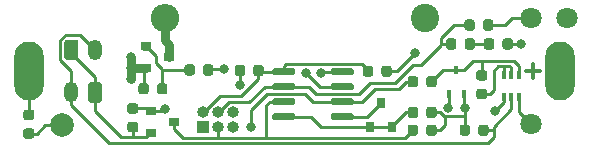
<source format=gbr>
%TF.GenerationSoftware,KiCad,Pcbnew,(5.1.10-1-10_14)*%
%TF.CreationDate,2021-11-16T21:19:30+13:00*%
%TF.ProjectId,BMSladder,424d536c-6164-4646-9572-2e6b69636164,rev?*%
%TF.SameCoordinates,Original*%
%TF.FileFunction,Copper,L1,Top*%
%TF.FilePolarity,Positive*%
%FSLAX46Y46*%
G04 Gerber Fmt 4.6, Leading zero omitted, Abs format (unit mm)*
G04 Created by KiCad (PCBNEW (5.1.10-1-10_14)) date 2021-11-16 21:19:30*
%MOMM*%
%LPD*%
G01*
G04 APERTURE LIST*
%TA.AperFunction,ComponentPad*%
%ADD10C,1.800000*%
%TD*%
%TA.AperFunction,ComponentPad*%
%ADD11O,1.200000X1.750000*%
%TD*%
%TA.AperFunction,ComponentPad*%
%ADD12O,1.000000X1.000000*%
%TD*%
%TA.AperFunction,ComponentPad*%
%ADD13R,1.000000X1.000000*%
%TD*%
%TA.AperFunction,ComponentPad*%
%ADD14O,2.400000X2.400000*%
%TD*%
%TA.AperFunction,ComponentPad*%
%ADD15C,2.400000*%
%TD*%
%TA.AperFunction,ComponentPad*%
%ADD16C,2.000000*%
%TD*%
%TA.AperFunction,ComponentPad*%
%ADD17O,2.500000X5.000000*%
%TD*%
%TA.AperFunction,SMDPad,CuDef*%
%ADD18R,0.800000X0.900000*%
%TD*%
%TA.AperFunction,SMDPad,CuDef*%
%ADD19R,0.900000X0.800000*%
%TD*%
%TA.AperFunction,SMDPad,CuDef*%
%ADD20R,0.400000X0.650000*%
%TD*%
%TA.AperFunction,SMDPad,CuDef*%
%ADD21R,0.450000X0.700000*%
%TD*%
%TA.AperFunction,ViaPad*%
%ADD22C,0.800000*%
%TD*%
%TA.AperFunction,Conductor*%
%ADD23C,0.300000*%
%TD*%
%TA.AperFunction,Conductor*%
%ADD24C,0.250000*%
%TD*%
%TA.AperFunction,Conductor*%
%ADD25C,0.800000*%
%TD*%
G04 APERTURE END LIST*
D10*
%TO.P,J7,1*%
%TO.N,Net-(D1-Pad2)*%
X67550000Y-21500000D03*
%TD*%
D11*
%TO.P,J6,2*%
%TO.N,Net-(J3-Pad2)*%
X27600000Y-24200000D03*
%TO.P,J6,1*%
%TO.N,Net-(J3-Pad1)*%
%TA.AperFunction,ComponentPad*%
G36*
G01*
X25000000Y-24825001D02*
X25000000Y-23574999D01*
G75*
G02*
X25249999Y-23325000I249999J0D01*
G01*
X25950001Y-23325000D01*
G75*
G02*
X26200000Y-23574999I0J-249999D01*
G01*
X26200000Y-24825001D01*
G75*
G02*
X25950001Y-25075000I-249999J0D01*
G01*
X25249999Y-25075000D01*
G75*
G02*
X25000000Y-24825001I0J249999D01*
G01*
G37*
%TD.AperFunction*%
%TD*%
%TO.P,J3,2*%
%TO.N,Net-(J3-Pad2)*%
X25600000Y-27800000D03*
%TO.P,J3,1*%
%TO.N,Net-(J3-Pad1)*%
%TA.AperFunction,ComponentPad*%
G36*
G01*
X28200000Y-27174999D02*
X28200000Y-28425001D01*
G75*
G02*
X27950001Y-28675000I-249999J0D01*
G01*
X27249999Y-28675000D01*
G75*
G02*
X27000000Y-28425001I0J249999D01*
G01*
X27000000Y-27174999D01*
G75*
G02*
X27249999Y-26925000I249999J0D01*
G01*
X27950001Y-26925000D01*
G75*
G02*
X28200000Y-27174999I0J-249999D01*
G01*
G37*
%TD.AperFunction*%
%TD*%
D10*
%TO.P,J1,1*%
%TO.N,Net-(J1-Pad1)*%
X64500000Y-21500000D03*
%TD*%
%TO.P,R3,2*%
%TO.N,/RX*%
%TA.AperFunction,SMDPad,CuDef*%
G36*
G01*
X54950000Y-30743750D02*
X54950000Y-31256250D01*
G75*
G02*
X54731250Y-31475000I-218750J0D01*
G01*
X54293750Y-31475000D01*
G75*
G02*
X54075000Y-31256250I0J218750D01*
G01*
X54075000Y-30743750D01*
G75*
G02*
X54293750Y-30525000I218750J0D01*
G01*
X54731250Y-30525000D01*
G75*
G02*
X54950000Y-30743750I0J-218750D01*
G01*
G37*
%TD.AperFunction*%
%TO.P,R3,1*%
%TO.N,Net-(D1-Pad2)*%
%TA.AperFunction,SMDPad,CuDef*%
G36*
G01*
X56525000Y-30743750D02*
X56525000Y-31256250D01*
G75*
G02*
X56306250Y-31475000I-218750J0D01*
G01*
X55868750Y-31475000D01*
G75*
G02*
X55650000Y-31256250I0J218750D01*
G01*
X55650000Y-30743750D01*
G75*
G02*
X55868750Y-30525000I218750J0D01*
G01*
X56306250Y-30525000D01*
G75*
G02*
X56525000Y-30743750I0J-218750D01*
G01*
G37*
%TD.AperFunction*%
%TD*%
%TO.P,U2,8*%
%TO.N,GND*%
%TA.AperFunction,SMDPad,CuDef*%
G36*
G01*
X47550000Y-26195000D02*
X47550000Y-25895000D01*
G75*
G02*
X47700000Y-25745000I150000J0D01*
G01*
X49350000Y-25745000D01*
G75*
G02*
X49500000Y-25895000I0J-150000D01*
G01*
X49500000Y-26195000D01*
G75*
G02*
X49350000Y-26345000I-150000J0D01*
G01*
X47700000Y-26345000D01*
G75*
G02*
X47550000Y-26195000I0J150000D01*
G01*
G37*
%TD.AperFunction*%
%TO.P,U2,7*%
%TO.N,/BAL*%
%TA.AperFunction,SMDPad,CuDef*%
G36*
G01*
X47550000Y-27465000D02*
X47550000Y-27165000D01*
G75*
G02*
X47700000Y-27015000I150000J0D01*
G01*
X49350000Y-27015000D01*
G75*
G02*
X49500000Y-27165000I0J-150000D01*
G01*
X49500000Y-27465000D01*
G75*
G02*
X49350000Y-27615000I-150000J0D01*
G01*
X47700000Y-27615000D01*
G75*
G02*
X47550000Y-27465000I0J150000D01*
G01*
G37*
%TD.AperFunction*%
%TO.P,U2,6*%
%TO.N,/FAULT_UPDI*%
%TA.AperFunction,SMDPad,CuDef*%
G36*
G01*
X47550000Y-28735000D02*
X47550000Y-28435000D01*
G75*
G02*
X47700000Y-28285000I150000J0D01*
G01*
X49350000Y-28285000D01*
G75*
G02*
X49500000Y-28435000I0J-150000D01*
G01*
X49500000Y-28735000D01*
G75*
G02*
X49350000Y-28885000I-150000J0D01*
G01*
X47700000Y-28885000D01*
G75*
G02*
X47550000Y-28735000I0J150000D01*
G01*
G37*
%TD.AperFunction*%
%TO.P,U2,5*%
%TO.N,/~EN*%
%TA.AperFunction,SMDPad,CuDef*%
G36*
G01*
X47550000Y-30005000D02*
X47550000Y-29705000D01*
G75*
G02*
X47700000Y-29555000I150000J0D01*
G01*
X49350000Y-29555000D01*
G75*
G02*
X49500000Y-29705000I0J-150000D01*
G01*
X49500000Y-30005000D01*
G75*
G02*
X49350000Y-30155000I-150000J0D01*
G01*
X47700000Y-30155000D01*
G75*
G02*
X47550000Y-30005000I0J150000D01*
G01*
G37*
%TD.AperFunction*%
%TO.P,U2,4*%
%TO.N,/2V5*%
%TA.AperFunction,SMDPad,CuDef*%
G36*
G01*
X42600000Y-30005000D02*
X42600000Y-29705000D01*
G75*
G02*
X42750000Y-29555000I150000J0D01*
G01*
X44400000Y-29555000D01*
G75*
G02*
X44550000Y-29705000I0J-150000D01*
G01*
X44550000Y-30005000D01*
G75*
G02*
X44400000Y-30155000I-150000J0D01*
G01*
X42750000Y-30155000D01*
G75*
G02*
X42600000Y-30005000I0J150000D01*
G01*
G37*
%TD.AperFunction*%
%TO.P,U2,3*%
%TO.N,/RX*%
%TA.AperFunction,SMDPad,CuDef*%
G36*
G01*
X42600000Y-28735000D02*
X42600000Y-28435000D01*
G75*
G02*
X42750000Y-28285000I150000J0D01*
G01*
X44400000Y-28285000D01*
G75*
G02*
X44550000Y-28435000I0J-150000D01*
G01*
X44550000Y-28735000D01*
G75*
G02*
X44400000Y-28885000I-150000J0D01*
G01*
X42750000Y-28885000D01*
G75*
G02*
X42600000Y-28735000I0J150000D01*
G01*
G37*
%TD.AperFunction*%
%TO.P,U2,2*%
%TO.N,/TX*%
%TA.AperFunction,SMDPad,CuDef*%
G36*
G01*
X42600000Y-27465000D02*
X42600000Y-27165000D01*
G75*
G02*
X42750000Y-27015000I150000J0D01*
G01*
X44400000Y-27015000D01*
G75*
G02*
X44550000Y-27165000I0J-150000D01*
G01*
X44550000Y-27465000D01*
G75*
G02*
X44400000Y-27615000I-150000J0D01*
G01*
X42750000Y-27615000D01*
G75*
G02*
X42600000Y-27465000I0J150000D01*
G01*
G37*
%TD.AperFunction*%
%TO.P,U2,1*%
%TO.N,/VCC*%
%TA.AperFunction,SMDPad,CuDef*%
G36*
G01*
X42600000Y-26195000D02*
X42600000Y-25895000D01*
G75*
G02*
X42750000Y-25745000I150000J0D01*
G01*
X44400000Y-25745000D01*
G75*
G02*
X44550000Y-25895000I0J-150000D01*
G01*
X44550000Y-26195000D01*
G75*
G02*
X44400000Y-26345000I-150000J0D01*
G01*
X42750000Y-26345000D01*
G75*
G02*
X42600000Y-26195000I0J150000D01*
G01*
G37*
%TD.AperFunction*%
%TD*%
D12*
%TO.P,J5,6*%
%TO.N,GND*%
X39290000Y-29450000D03*
%TO.P,J5,5*%
%TO.N,Net-(J5-Pad5)*%
X39290000Y-30720000D03*
%TO.P,J5,4*%
%TO.N,/TX*%
X38020000Y-29450000D03*
%TO.P,J5,3*%
%TO.N,/RX*%
X38020000Y-30720000D03*
%TO.P,J5,2*%
%TO.N,/VCC*%
X36750000Y-29450000D03*
D13*
%TO.P,J5,1*%
%TO.N,/FAULT_UPDI*%
X36750000Y-30720000D03*
%TD*%
D14*
%TO.P,R7,2*%
%TO.N,Net-(Q2-Pad3)*%
X33500000Y-21500000D03*
D15*
%TO.P,R7,1*%
%TO.N,Net-(D1-Pad2)*%
X55500000Y-21500000D03*
%TD*%
D16*
%TO.P,J4,1*%
%TO.N,Net-(J4-Pad1)*%
X24800000Y-30600000D03*
%TD*%
D17*
%TO.P,H2,1*%
%TO.N,GND*%
X22000000Y-26000000D03*
%TD*%
%TO.P,H1,1*%
%TO.N,Net-(D1-Pad2)*%
X67000000Y-26000000D03*
%TD*%
D18*
%TO.P,U1,3*%
%TO.N,/~EN*%
X51800000Y-28700000D03*
%TO.P,U1,2*%
%TO.N,/2V5*%
X52750000Y-30700000D03*
%TO.P,U1,1*%
X50850000Y-30700000D03*
%TD*%
%TO.P,R13,2*%
%TO.N,Net-(J4-Pad1)*%
%TA.AperFunction,SMDPad,CuDef*%
G36*
G01*
X21743750Y-30850000D02*
X22256250Y-30850000D01*
G75*
G02*
X22475000Y-31068750I0J-218750D01*
G01*
X22475000Y-31506250D01*
G75*
G02*
X22256250Y-31725000I-218750J0D01*
G01*
X21743750Y-31725000D01*
G75*
G02*
X21525000Y-31506250I0J218750D01*
G01*
X21525000Y-31068750D01*
G75*
G02*
X21743750Y-30850000I218750J0D01*
G01*
G37*
%TD.AperFunction*%
%TO.P,R13,1*%
%TO.N,GND*%
%TA.AperFunction,SMDPad,CuDef*%
G36*
G01*
X21743750Y-29275000D02*
X22256250Y-29275000D01*
G75*
G02*
X22475000Y-29493750I0J-218750D01*
G01*
X22475000Y-29931250D01*
G75*
G02*
X22256250Y-30150000I-218750J0D01*
G01*
X21743750Y-30150000D01*
G75*
G02*
X21525000Y-29931250I0J218750D01*
G01*
X21525000Y-29493750D01*
G75*
G02*
X21743750Y-29275000I218750J0D01*
G01*
G37*
%TD.AperFunction*%
%TD*%
%TO.P,R12,2*%
%TO.N,GND*%
%TA.AperFunction,SMDPad,CuDef*%
G36*
G01*
X31056250Y-29600000D02*
X30543750Y-29600000D01*
G75*
G02*
X30325000Y-29381250I0J218750D01*
G01*
X30325000Y-28943750D01*
G75*
G02*
X30543750Y-28725000I218750J0D01*
G01*
X31056250Y-28725000D01*
G75*
G02*
X31275000Y-28943750I0J-218750D01*
G01*
X31275000Y-29381250D01*
G75*
G02*
X31056250Y-29600000I-218750J0D01*
G01*
G37*
%TD.AperFunction*%
%TO.P,R12,1*%
%TO.N,Net-(J3-Pad1)*%
%TA.AperFunction,SMDPad,CuDef*%
G36*
G01*
X31056250Y-31175000D02*
X30543750Y-31175000D01*
G75*
G02*
X30325000Y-30956250I0J218750D01*
G01*
X30325000Y-30518750D01*
G75*
G02*
X30543750Y-30300000I218750J0D01*
G01*
X31056250Y-30300000D01*
G75*
G02*
X31275000Y-30518750I0J-218750D01*
G01*
X31275000Y-30956250D01*
G75*
G02*
X31056250Y-31175000I-218750J0D01*
G01*
G37*
%TD.AperFunction*%
%TD*%
%TO.P,R11,2*%
%TO.N,GND*%
%TA.AperFunction,SMDPad,CuDef*%
G36*
G01*
X32150000Y-27243750D02*
X32150000Y-27756250D01*
G75*
G02*
X31931250Y-27975000I-218750J0D01*
G01*
X31493750Y-27975000D01*
G75*
G02*
X31275000Y-27756250I0J218750D01*
G01*
X31275000Y-27243750D01*
G75*
G02*
X31493750Y-27025000I218750J0D01*
G01*
X31931250Y-27025000D01*
G75*
G02*
X32150000Y-27243750I0J-218750D01*
G01*
G37*
%TD.AperFunction*%
%TO.P,R11,1*%
%TO.N,Net-(Q2-Pad1)*%
%TA.AperFunction,SMDPad,CuDef*%
G36*
G01*
X33725000Y-27243750D02*
X33725000Y-27756250D01*
G75*
G02*
X33506250Y-27975000I-218750J0D01*
G01*
X33068750Y-27975000D01*
G75*
G02*
X32850000Y-27756250I0J218750D01*
G01*
X32850000Y-27243750D01*
G75*
G02*
X33068750Y-27025000I218750J0D01*
G01*
X33506250Y-27025000D01*
G75*
G02*
X33725000Y-27243750I0J-218750D01*
G01*
G37*
%TD.AperFunction*%
%TD*%
%TO.P,R10,2*%
%TO.N,Net-(Q2-Pad1)*%
%TA.AperFunction,SMDPad,CuDef*%
G36*
G01*
X36050000Y-25643750D02*
X36050000Y-26156250D01*
G75*
G02*
X35831250Y-26375000I-218750J0D01*
G01*
X35393750Y-26375000D01*
G75*
G02*
X35175000Y-26156250I0J218750D01*
G01*
X35175000Y-25643750D01*
G75*
G02*
X35393750Y-25425000I218750J0D01*
G01*
X35831250Y-25425000D01*
G75*
G02*
X36050000Y-25643750I0J-218750D01*
G01*
G37*
%TD.AperFunction*%
%TO.P,R10,1*%
%TO.N,/BAL*%
%TA.AperFunction,SMDPad,CuDef*%
G36*
G01*
X37625000Y-25643750D02*
X37625000Y-26156250D01*
G75*
G02*
X37406250Y-26375000I-218750J0D01*
G01*
X36968750Y-26375000D01*
G75*
G02*
X36750000Y-26156250I0J218750D01*
G01*
X36750000Y-25643750D01*
G75*
G02*
X36968750Y-25425000I218750J0D01*
G01*
X37406250Y-25425000D01*
G75*
G02*
X37625000Y-25643750I0J-218750D01*
G01*
G37*
%TD.AperFunction*%
%TD*%
%TO.P,R9,2*%
%TO.N,/FAULT_UPDI*%
%TA.AperFunction,SMDPad,CuDef*%
G36*
G01*
X54950000Y-26643750D02*
X54950000Y-27156250D01*
G75*
G02*
X54731250Y-27375000I-218750J0D01*
G01*
X54293750Y-27375000D01*
G75*
G02*
X54075000Y-27156250I0J218750D01*
G01*
X54075000Y-26643750D01*
G75*
G02*
X54293750Y-26425000I218750J0D01*
G01*
X54731250Y-26425000D01*
G75*
G02*
X54950000Y-26643750I0J-218750D01*
G01*
G37*
%TD.AperFunction*%
%TO.P,R9,1*%
%TO.N,Net-(D2-Pad3)*%
%TA.AperFunction,SMDPad,CuDef*%
G36*
G01*
X56525000Y-26643750D02*
X56525000Y-27156250D01*
G75*
G02*
X56306250Y-27375000I-218750J0D01*
G01*
X55868750Y-27375000D01*
G75*
G02*
X55650000Y-27156250I0J218750D01*
G01*
X55650000Y-26643750D01*
G75*
G02*
X55868750Y-26425000I218750J0D01*
G01*
X56306250Y-26425000D01*
G75*
G02*
X56525000Y-26643750I0J-218750D01*
G01*
G37*
%TD.AperFunction*%
%TD*%
%TO.P,R8,2*%
%TO.N,Net-(Q1-Pad2)*%
%TA.AperFunction,SMDPad,CuDef*%
G36*
G01*
X60093750Y-27500000D02*
X60606250Y-27500000D01*
G75*
G02*
X60825000Y-27718750I0J-218750D01*
G01*
X60825000Y-28156250D01*
G75*
G02*
X60606250Y-28375000I-218750J0D01*
G01*
X60093750Y-28375000D01*
G75*
G02*
X59875000Y-28156250I0J218750D01*
G01*
X59875000Y-27718750D01*
G75*
G02*
X60093750Y-27500000I218750J0D01*
G01*
G37*
%TD.AperFunction*%
%TO.P,R8,1*%
%TO.N,Net-(D2-Pad3)*%
%TA.AperFunction,SMDPad,CuDef*%
G36*
G01*
X60093750Y-25925000D02*
X60606250Y-25925000D01*
G75*
G02*
X60825000Y-26143750I0J-218750D01*
G01*
X60825000Y-26581250D01*
G75*
G02*
X60606250Y-26800000I-218750J0D01*
G01*
X60093750Y-26800000D01*
G75*
G02*
X59875000Y-26581250I0J218750D01*
G01*
X59875000Y-26143750D01*
G75*
G02*
X60093750Y-25925000I218750J0D01*
G01*
G37*
%TD.AperFunction*%
%TD*%
%TO.P,R6,2*%
%TO.N,Net-(J1-Pad1)*%
%TA.AperFunction,SMDPad,CuDef*%
G36*
G01*
X60450000Y-22356250D02*
X60450000Y-21843750D01*
G75*
G02*
X60668750Y-21625000I218750J0D01*
G01*
X61106250Y-21625000D01*
G75*
G02*
X61325000Y-21843750I0J-218750D01*
G01*
X61325000Y-22356250D01*
G75*
G02*
X61106250Y-22575000I-218750J0D01*
G01*
X60668750Y-22575000D01*
G75*
G02*
X60450000Y-22356250I0J218750D01*
G01*
G37*
%TD.AperFunction*%
%TO.P,R6,1*%
%TO.N,/TX*%
%TA.AperFunction,SMDPad,CuDef*%
G36*
G01*
X58875000Y-22356250D02*
X58875000Y-21843750D01*
G75*
G02*
X59093750Y-21625000I218750J0D01*
G01*
X59531250Y-21625000D01*
G75*
G02*
X59750000Y-21843750I0J-218750D01*
G01*
X59750000Y-22356250D01*
G75*
G02*
X59531250Y-22575000I-218750J0D01*
G01*
X59093750Y-22575000D01*
G75*
G02*
X58875000Y-22356250I0J218750D01*
G01*
G37*
%TD.AperFunction*%
%TD*%
%TO.P,R5,2*%
%TO.N,Net-(D1-Pad1)*%
%TA.AperFunction,SMDPad,CuDef*%
G36*
G01*
X58900000Y-23956250D02*
X58900000Y-23443750D01*
G75*
G02*
X59118750Y-23225000I218750J0D01*
G01*
X59556250Y-23225000D01*
G75*
G02*
X59775000Y-23443750I0J-218750D01*
G01*
X59775000Y-23956250D01*
G75*
G02*
X59556250Y-24175000I-218750J0D01*
G01*
X59118750Y-24175000D01*
G75*
G02*
X58900000Y-23956250I0J218750D01*
G01*
G37*
%TD.AperFunction*%
%TO.P,R5,1*%
%TO.N,/TX*%
%TA.AperFunction,SMDPad,CuDef*%
G36*
G01*
X57325000Y-23956250D02*
X57325000Y-23443750D01*
G75*
G02*
X57543750Y-23225000I218750J0D01*
G01*
X57981250Y-23225000D01*
G75*
G02*
X58200000Y-23443750I0J-218750D01*
G01*
X58200000Y-23956250D01*
G75*
G02*
X57981250Y-24175000I-218750J0D01*
G01*
X57543750Y-24175000D01*
G75*
G02*
X57325000Y-23956250I0J218750D01*
G01*
G37*
%TD.AperFunction*%
%TD*%
%TO.P,R4,2*%
%TO.N,Net-(D1-Pad2)*%
%TA.AperFunction,SMDPad,CuDef*%
G36*
G01*
X55650000Y-29756250D02*
X55650000Y-29243750D01*
G75*
G02*
X55868750Y-29025000I218750J0D01*
G01*
X56306250Y-29025000D01*
G75*
G02*
X56525000Y-29243750I0J-218750D01*
G01*
X56525000Y-29756250D01*
G75*
G02*
X56306250Y-29975000I-218750J0D01*
G01*
X55868750Y-29975000D01*
G75*
G02*
X55650000Y-29756250I0J218750D01*
G01*
G37*
%TD.AperFunction*%
%TO.P,R4,1*%
%TO.N,/2V5*%
%TA.AperFunction,SMDPad,CuDef*%
G36*
G01*
X54075000Y-29756250D02*
X54075000Y-29243750D01*
G75*
G02*
X54293750Y-29025000I218750J0D01*
G01*
X54731250Y-29025000D01*
G75*
G02*
X54950000Y-29243750I0J-218750D01*
G01*
X54950000Y-29756250D01*
G75*
G02*
X54731250Y-29975000I-218750J0D01*
G01*
X54293750Y-29975000D01*
G75*
G02*
X54075000Y-29756250I0J218750D01*
G01*
G37*
%TD.AperFunction*%
%TD*%
%TO.P,R2,2*%
%TO.N,/VCC*%
%TA.AperFunction,SMDPad,CuDef*%
G36*
G01*
X51150000Y-25743750D02*
X51150000Y-26256250D01*
G75*
G02*
X50931250Y-26475000I-218750J0D01*
G01*
X50493750Y-26475000D01*
G75*
G02*
X50275000Y-26256250I0J218750D01*
G01*
X50275000Y-25743750D01*
G75*
G02*
X50493750Y-25525000I218750J0D01*
G01*
X50931250Y-25525000D01*
G75*
G02*
X51150000Y-25743750I0J-218750D01*
G01*
G37*
%TD.AperFunction*%
%TO.P,R2,1*%
%TO.N,Net-(D1-Pad2)*%
%TA.AperFunction,SMDPad,CuDef*%
G36*
G01*
X52725000Y-25743750D02*
X52725000Y-26256250D01*
G75*
G02*
X52506250Y-26475000I-218750J0D01*
G01*
X52068750Y-26475000D01*
G75*
G02*
X51850000Y-26256250I0J218750D01*
G01*
X51850000Y-25743750D01*
G75*
G02*
X52068750Y-25525000I218750J0D01*
G01*
X52506250Y-25525000D01*
G75*
G02*
X52725000Y-25743750I0J-218750D01*
G01*
G37*
%TD.AperFunction*%
%TD*%
%TO.P,R1,2*%
%TO.N,Net-(D1-Pad2)*%
%TA.AperFunction,SMDPad,CuDef*%
G36*
G01*
X59350000Y-30743750D02*
X59350000Y-31256250D01*
G75*
G02*
X59131250Y-31475000I-218750J0D01*
G01*
X58693750Y-31475000D01*
G75*
G02*
X58475000Y-31256250I0J218750D01*
G01*
X58475000Y-30743750D01*
G75*
G02*
X58693750Y-30525000I218750J0D01*
G01*
X59131250Y-30525000D01*
G75*
G02*
X59350000Y-30743750I0J-218750D01*
G01*
G37*
%TD.AperFunction*%
%TO.P,R1,1*%
%TO.N,Net-(J3-Pad2)*%
%TA.AperFunction,SMDPad,CuDef*%
G36*
G01*
X60925000Y-30743750D02*
X60925000Y-31256250D01*
G75*
G02*
X60706250Y-31475000I-218750J0D01*
G01*
X60268750Y-31475000D01*
G75*
G02*
X60050000Y-31256250I0J218750D01*
G01*
X60050000Y-30743750D01*
G75*
G02*
X60268750Y-30525000I218750J0D01*
G01*
X60706250Y-30525000D01*
G75*
G02*
X60925000Y-30743750I0J-218750D01*
G01*
G37*
%TD.AperFunction*%
%TD*%
D19*
%TO.P,Q3,3*%
%TO.N,/RX*%
X34300000Y-30300000D03*
%TO.P,Q3,2*%
%TO.N,Net-(J3-Pad1)*%
X32300000Y-31250000D03*
%TO.P,Q3,1*%
%TO.N,GND*%
X32300000Y-29350000D03*
%TD*%
%TO.P,Q2,3*%
%TO.N,Net-(Q2-Pad3)*%
X33900000Y-24800000D03*
%TO.P,Q2,2*%
%TO.N,GND*%
X31900000Y-25750000D03*
%TO.P,Q2,1*%
%TO.N,Net-(Q2-Pad1)*%
X31900000Y-23850000D03*
%TD*%
D20*
%TO.P,Q1,6*%
%TO.N,Net-(J2-Pad1)*%
X63500000Y-28200000D03*
%TO.P,Q1,4*%
%TO.N,Net-(D1-Pad2)*%
X62200000Y-28200000D03*
%TO.P,Q1,2*%
%TO.N,Net-(Q1-Pad2)*%
X62850000Y-26300000D03*
%TO.P,Q1,5*%
%TO.N,Net-(J3-Pad2)*%
X62850000Y-28200000D03*
%TO.P,Q1,3*%
%TO.N,Net-(Q1-Pad2)*%
X62200000Y-26300000D03*
%TO.P,Q1,1*%
%TO.N,Net-(D2-Pad3)*%
X63500000Y-26300000D03*
%TD*%
D10*
%TO.P,J2,1*%
%TO.N,Net-(J2-Pad1)*%
X64500000Y-30500000D03*
%TD*%
D21*
%TO.P,D2,3*%
%TO.N,Net-(D2-Pad3)*%
X58200000Y-25900000D03*
%TO.P,D2,2*%
%TO.N,Net-(D1-Pad2)*%
X58850000Y-27900000D03*
%TO.P,D2,1*%
%TO.N,GND*%
X57550000Y-27900000D03*
%TD*%
%TO.P,D1,2*%
%TO.N,Net-(D1-Pad2)*%
%TA.AperFunction,SMDPad,CuDef*%
G36*
G01*
X62100000Y-23956250D02*
X62100000Y-23443750D01*
G75*
G02*
X62318750Y-23225000I218750J0D01*
G01*
X62756250Y-23225000D01*
G75*
G02*
X62975000Y-23443750I0J-218750D01*
G01*
X62975000Y-23956250D01*
G75*
G02*
X62756250Y-24175000I-218750J0D01*
G01*
X62318750Y-24175000D01*
G75*
G02*
X62100000Y-23956250I0J218750D01*
G01*
G37*
%TD.AperFunction*%
%TO.P,D1,1*%
%TO.N,Net-(D1-Pad1)*%
%TA.AperFunction,SMDPad,CuDef*%
G36*
G01*
X60525000Y-23956250D02*
X60525000Y-23443750D01*
G75*
G02*
X60743750Y-23225000I218750J0D01*
G01*
X61181250Y-23225000D01*
G75*
G02*
X61400000Y-23443750I0J-218750D01*
G01*
X61400000Y-23956250D01*
G75*
G02*
X61181250Y-24175000I-218750J0D01*
G01*
X60743750Y-24175000D01*
G75*
G02*
X60525000Y-23956250I0J218750D01*
G01*
G37*
%TD.AperFunction*%
%TD*%
%TO.P,C1,2*%
%TO.N,GND*%
%TA.AperFunction,SMDPad,CuDef*%
G36*
G01*
X40300000Y-25693750D02*
X40300000Y-26206250D01*
G75*
G02*
X40081250Y-26425000I-218750J0D01*
G01*
X39643750Y-26425000D01*
G75*
G02*
X39425000Y-26206250I0J218750D01*
G01*
X39425000Y-25693750D01*
G75*
G02*
X39643750Y-25475000I218750J0D01*
G01*
X40081250Y-25475000D01*
G75*
G02*
X40300000Y-25693750I0J-218750D01*
G01*
G37*
%TD.AperFunction*%
%TO.P,C1,1*%
%TO.N,/VCC*%
%TA.AperFunction,SMDPad,CuDef*%
G36*
G01*
X41875000Y-25693750D02*
X41875000Y-26206250D01*
G75*
G02*
X41656250Y-26425000I-218750J0D01*
G01*
X41218750Y-26425000D01*
G75*
G02*
X41000000Y-26206250I0J218750D01*
G01*
X41000000Y-25693750D01*
G75*
G02*
X41218750Y-25475000I218750J0D01*
G01*
X41656250Y-25475000D01*
G75*
G02*
X41875000Y-25693750I0J-218750D01*
G01*
G37*
%TD.AperFunction*%
%TD*%
D22*
%TO.N,GND*%
X39850000Y-27150000D03*
X57500000Y-29100000D03*
X46750000Y-26200010D03*
X33500000Y-29200006D03*
X30650035Y-25749987D03*
X30650035Y-24799963D03*
X30650000Y-26700000D03*
%TO.N,Net-(D1-Pad2)*%
X54700000Y-24499990D03*
X58900000Y-29100000D03*
X61500000Y-29350000D03*
X63700000Y-23700000D03*
%TO.N,/BAL*%
X45501730Y-26198270D03*
X38500000Y-25850000D03*
%TO.N,/FAULT_UPDI*%
X40840012Y-30744678D03*
%TD*%
D23*
%TO.N,*%
X64100000Y-26000000D02*
X65300000Y-26000000D01*
X64700000Y-25400000D02*
X64700000Y-26600000D01*
D24*
%TO.N,GND*%
X39862500Y-27137500D02*
X39850000Y-27150000D01*
X39862500Y-25950000D02*
X39862500Y-27137500D01*
X57550000Y-29050000D02*
X57500000Y-29100000D01*
X57550000Y-27900000D02*
X57550000Y-29050000D01*
X48525000Y-26045000D02*
X46905010Y-26045000D01*
X46905010Y-26045000D02*
X46750000Y-26200010D01*
X33350006Y-29350000D02*
X33500000Y-29200006D01*
X32300000Y-29350000D02*
X33350006Y-29350000D01*
X32112500Y-29162500D02*
X32300000Y-29350000D01*
X30800000Y-29162500D02*
X32112500Y-29162500D01*
X22000000Y-29712500D02*
X22000000Y-26000000D01*
X31712500Y-25937500D02*
X31900000Y-25750000D01*
X31712500Y-27500000D02*
X31712500Y-25937500D01*
D25*
X31900000Y-25750000D02*
X30650048Y-25750000D01*
X30650048Y-25750000D02*
X30650035Y-25749987D01*
X30650035Y-24799963D02*
X30650035Y-25749987D01*
X30650035Y-25749987D02*
X30650035Y-26699965D01*
X30650035Y-26699965D02*
X30650000Y-26700000D01*
D24*
%TO.N,/VCC*%
X41532500Y-26045000D02*
X41437500Y-25950000D01*
X43575000Y-26045000D02*
X41532500Y-26045000D01*
X41437500Y-26662500D02*
X41437500Y-25950000D01*
X40000000Y-28100000D02*
X41437500Y-26662500D01*
X38180000Y-28100000D02*
X40000000Y-28100000D01*
X36750000Y-29530000D02*
X38180000Y-28100000D01*
X50712500Y-25912500D02*
X50712500Y-26000000D01*
X50200000Y-25400000D02*
X50712500Y-25912500D01*
X43750000Y-25400000D02*
X50200000Y-25400000D01*
X43575000Y-25575000D02*
X43750000Y-25400000D01*
X43575000Y-26045000D02*
X43575000Y-25575000D01*
%TO.N,Net-(D1-Pad2)*%
X66750000Y-26000000D02*
X67000000Y-26000000D01*
X52287500Y-26000000D02*
X53199990Y-26000000D01*
X53199990Y-26000000D02*
X54700000Y-24499990D01*
X58850000Y-29050000D02*
X58900000Y-29100000D01*
X58850000Y-27900000D02*
X58850000Y-29050000D01*
X56087500Y-29500000D02*
X56826998Y-29500000D01*
X56826998Y-29500000D02*
X57151999Y-29825001D01*
X57200000Y-29873002D02*
X57151999Y-29825001D01*
X56800000Y-31000000D02*
X57200000Y-30600000D01*
X57200000Y-30600000D02*
X57200000Y-29873002D01*
X56087500Y-31000000D02*
X56800000Y-31000000D01*
X62200000Y-28650000D02*
X61500000Y-29350000D01*
X62200000Y-28200000D02*
X62200000Y-28650000D01*
X58900000Y-29825001D02*
X58900000Y-29100000D01*
X57151999Y-29825001D02*
X58900000Y-29825001D01*
X58912500Y-29837501D02*
X58900000Y-29825001D01*
X58912500Y-31000000D02*
X58912500Y-29837501D01*
X62537500Y-23700000D02*
X63700000Y-23700000D01*
%TO.N,Net-(D1-Pad1)*%
X59337500Y-23700000D02*
X60962500Y-23700000D01*
%TO.N,Net-(D2-Pad3)*%
X63500000Y-25550000D02*
X63050000Y-25100000D01*
X63050000Y-25100000D02*
X60350000Y-25100000D01*
X63500000Y-26300000D02*
X63500000Y-25550000D01*
X58800000Y-25900000D02*
X58200000Y-25900000D01*
X59600000Y-25100000D02*
X58800000Y-25900000D01*
X60350000Y-25100000D02*
X59600000Y-25100000D01*
X60350000Y-26362500D02*
X60350000Y-25100000D01*
X57087500Y-25900000D02*
X56087500Y-26900000D01*
X58200000Y-25900000D02*
X57087500Y-25900000D01*
%TO.N,Net-(J1-Pad1)*%
X60887500Y-22150000D02*
X60937500Y-22100000D01*
X62900000Y-21500000D02*
X62300000Y-22100000D01*
X64500000Y-21500000D02*
X62900000Y-21500000D01*
X60937500Y-22100000D02*
X62300000Y-22100000D01*
%TO.N,Net-(J2-Pad1)*%
X63500000Y-29500000D02*
X63500000Y-28200000D01*
X64500000Y-30500000D02*
X63500000Y-29500000D01*
%TO.N,Net-(J3-Pad2)*%
X60487500Y-31000000D02*
X61000000Y-31000000D01*
X61350000Y-31000000D02*
X61000000Y-31000000D01*
X61350000Y-30700000D02*
X61350000Y-31000000D01*
X62850000Y-29200000D02*
X61350000Y-30700000D01*
X62850000Y-28200000D02*
X62850000Y-29200000D01*
X28800000Y-32100000D02*
X25600000Y-28900000D01*
X60850000Y-32100000D02*
X28800000Y-32100000D01*
X25600000Y-28900000D02*
X25600000Y-27800000D01*
X61350000Y-31600000D02*
X60850000Y-32100000D01*
X61350000Y-31000000D02*
X61350000Y-31600000D01*
X27600000Y-24200000D02*
X26300000Y-22900000D01*
X25111810Y-22900000D02*
X24674990Y-23336820D01*
X26300000Y-22900000D02*
X25111810Y-22900000D01*
X25600000Y-25988190D02*
X25600000Y-27800000D01*
X24674990Y-25063180D02*
X25600000Y-25988190D01*
X24674990Y-23336820D02*
X24674990Y-25063180D01*
%TO.N,Net-(J3-Pad1)*%
X32300000Y-31250000D02*
X31950000Y-31600000D01*
X31950000Y-31600000D02*
X30800000Y-31600000D01*
X30800000Y-31600000D02*
X30800000Y-30737500D01*
X25600000Y-24500000D02*
X25600000Y-24200000D01*
X27600000Y-29400000D02*
X27600000Y-26500000D01*
X29800000Y-31600000D02*
X27600000Y-29400000D01*
X27600000Y-26500000D02*
X25600000Y-24500000D01*
X30800000Y-31600000D02*
X29800000Y-31600000D01*
%TO.N,Net-(J4-Pad1)*%
X22000000Y-31287500D02*
X22712500Y-31287500D01*
X23400000Y-30600000D02*
X24800000Y-30600000D01*
X22712500Y-31287500D02*
X23400000Y-30600000D01*
%TO.N,/RX*%
X38020000Y-31620000D02*
X38025001Y-31625001D01*
X38020000Y-30800000D02*
X38020000Y-31620000D01*
X42415000Y-28585000D02*
X43575000Y-28585000D01*
X42100000Y-28900000D02*
X42415000Y-28585000D01*
X38025001Y-31625001D02*
X41774999Y-31625001D01*
X54512500Y-31000000D02*
X54337499Y-31175001D01*
X53887499Y-31625001D02*
X54512500Y-31000000D01*
X42125001Y-31625001D02*
X53887499Y-31625001D01*
X42100000Y-31600000D02*
X42125001Y-31625001D01*
X42100000Y-28900000D02*
X42100000Y-31600000D01*
X41774999Y-31625001D02*
X42125001Y-31625001D01*
X34300000Y-30300000D02*
X34300000Y-30900000D01*
X35025001Y-31625001D02*
X38025001Y-31625001D01*
X34300000Y-30900000D02*
X35025001Y-31625001D01*
%TO.N,/TX*%
X38925000Y-28625000D02*
X38020000Y-29530000D01*
X40675000Y-28625000D02*
X38925000Y-28625000D01*
X41985000Y-27315000D02*
X40675000Y-28625000D01*
X43575000Y-27315000D02*
X41985000Y-27315000D01*
X58000000Y-22100000D02*
X56900000Y-23200000D01*
X59312500Y-22100000D02*
X58000000Y-22100000D01*
X57762500Y-23700000D02*
X56900000Y-23700000D01*
X56900000Y-23200000D02*
X56900000Y-23700000D01*
X53021753Y-26978247D02*
X50896753Y-26978247D01*
X54500000Y-25500000D02*
X53021753Y-26978247D01*
X45715000Y-27315000D02*
X43575000Y-27315000D01*
X55200000Y-25500000D02*
X54500000Y-25500000D01*
X46350000Y-27950000D02*
X45715000Y-27315000D01*
X50896753Y-26978247D02*
X49925000Y-27950000D01*
X56900000Y-23800000D02*
X55200000Y-25500000D01*
X49925000Y-27950000D02*
X46350000Y-27950000D01*
X56900000Y-23700000D02*
X56900000Y-23800000D01*
%TO.N,Net-(Q1-Pad2)*%
X62850000Y-26300000D02*
X62850000Y-25700000D01*
X62850000Y-25700000D02*
X62750000Y-25600000D01*
X62750000Y-25600000D02*
X62200000Y-25600000D01*
X62200000Y-25600000D02*
X62200000Y-26300000D01*
X61062500Y-27937500D02*
X60350000Y-27937500D01*
X61400000Y-27600000D02*
X61062500Y-27937500D01*
X61400000Y-25950000D02*
X61400000Y-27600000D01*
X61750000Y-25600000D02*
X61400000Y-25950000D01*
X62200000Y-25600000D02*
X61750000Y-25600000D01*
D25*
%TO.N,Net-(Q2-Pad3)*%
X33500000Y-23400000D02*
X33500000Y-21500000D01*
X33900000Y-23800000D02*
X33500000Y-23400000D01*
X33900000Y-24800000D02*
X33900000Y-23800000D01*
D24*
%TO.N,Net-(Q2-Pad1)*%
X31650000Y-24050000D02*
X31700000Y-24100000D01*
X31700000Y-24100000D02*
X32012500Y-24100000D01*
X31650000Y-23650000D02*
X31650000Y-24050000D01*
X33287500Y-27500000D02*
X33287500Y-25912500D01*
X33300000Y-25900000D02*
X35612500Y-25900000D01*
X33287500Y-25912500D02*
X33300000Y-25900000D01*
X32800000Y-24750000D02*
X31900000Y-23850000D01*
X33287500Y-25787500D02*
X32800000Y-25300000D01*
X32800000Y-25300000D02*
X32800000Y-24750000D01*
X33287500Y-25912500D02*
X33287500Y-25787500D01*
%TO.N,/2V5*%
X44795000Y-29855000D02*
X43575000Y-29855000D01*
X46700000Y-30700000D02*
X45855000Y-29855000D01*
X52700000Y-30700000D02*
X46700000Y-30700000D01*
X45855000Y-29855000D02*
X44795000Y-29855000D01*
X53900000Y-29500000D02*
X52700000Y-30700000D01*
X54512500Y-29500000D02*
X53900000Y-29500000D01*
%TO.N,/BAL*%
X48525000Y-27315000D02*
X46618460Y-27315000D01*
X46618460Y-27315000D02*
X45501730Y-26198270D01*
X37237500Y-25850000D02*
X37187500Y-25900000D01*
X38500000Y-25850000D02*
X37237500Y-25850000D01*
%TO.N,/~EN*%
X50645000Y-29855000D02*
X51800000Y-28700000D01*
X48525000Y-29855000D02*
X50645000Y-29855000D01*
%TO.N,/FAULT_UPDI*%
X46865000Y-28585000D02*
X48525000Y-28585000D01*
X42140010Y-27959990D02*
X45409990Y-27959990D01*
X40840012Y-29259988D02*
X42140010Y-27959990D01*
X46035000Y-28585000D02*
X46865000Y-28585000D01*
X45409990Y-27959990D02*
X46035000Y-28585000D01*
X40840012Y-30744678D02*
X40840012Y-29259988D01*
X50215000Y-28585000D02*
X48525000Y-28585000D01*
X53300000Y-27500000D02*
X51300000Y-27500000D01*
X53900000Y-26900000D02*
X53300000Y-27500000D01*
X51300000Y-27500000D02*
X50215000Y-28585000D01*
X54512500Y-26900000D02*
X53900000Y-26900000D01*
%TD*%
M02*

</source>
